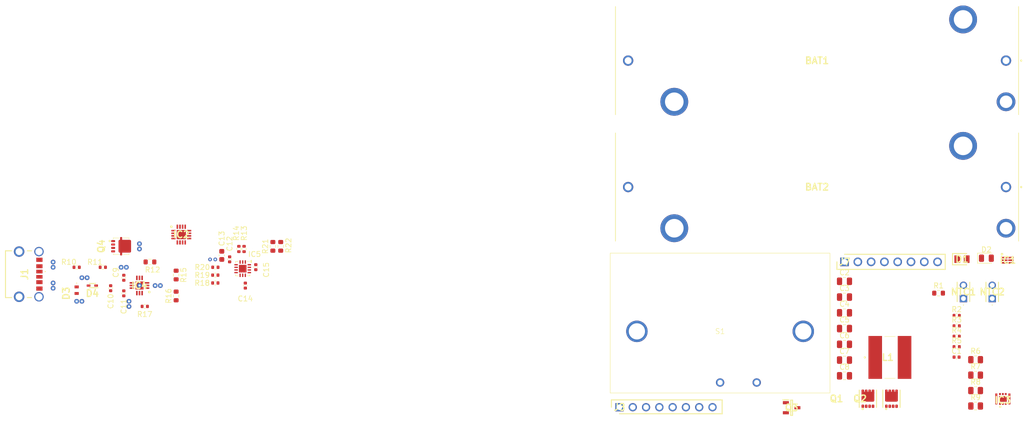
<source format=kicad_pcb>
(kicad_pcb (version 20240108) (generator "pcbnew") (generator_version "8.0")
  (layers (0 "F.Cu" signal) (1 "In1.Cu" signal) (2 "In2.Cu" signal) (31 "B.Cu" signal) (34 "B.Paste" user) (35 "F.Paste" user) (36 "B.SilkS" user "B.Silkscreen") (37 "F.SilkS" user "F.Silkscreen") (38 "B.Mask" user) (39 "F.Mask" user) (44 "Edge.Cuts" user))
  (net 0 "")
  (net 1 "Net-(BAT1--)")
  (net 4 "Net-(BAT1-+)")
  (net 9 "Net-(IC1-BAT)")
  (net 10 "GND")
  (net 11 "Net-(IC2-PMID)")
  (net 12 "Net-(IC2-BTST)")
  (net 13 "Net-(IC2-SW_1)")
  (net 14 "/VBUS")
  (net 15 "Net-(D2-A)")
  (net 16 "Net-(IC3-EN)")
  (net 17 "+3V3")
  (net 18 "Net-(IC4-CC1C)")
  (net 19 "Net-(D4-K)")
  (net 20 "Net-(IC4-CC2C)")
  (net 21 "/USB_CC1")
  (net 22 "/USB_CC2")
  (net 23 "Net-(D1-K)")
  (net 24 "Net-(D2-K)")
  (net 25 "Net-(D3-K)")
  (net 26 "Net-(IC1-COUT)")
  (net 27 "Net-(IC1-DOUT)")
  (net 28 "Net-(IC1-V-)")
  (net 30 "Net-(IC2-STAT)")
  (net 31 "Net-(IC2-TS)")
  (net 34 "Net-(IC2-ICHG)")
  (net 36 "Net-(IC3-L1)")
  (net 37 "/FLT{slash}_PS")
  (net 38 "Net-(IC4-VBUS_CTRL)")
  (net 39 "Net-(IC4-GATE)")
  (net 40 "Net-(IC4-SOURCE)")
  (net 41 "/USB_SDA_PS")
  (net 42 "/USB_SCL_PS")
  (net 43 "/INT_N_PS")
  (net 44 "/NTC_2_PS")
  (net 45 "/ADC_VBUS_PS")
  (net 46 "/BYPASS_CC2_PS")
  (net 47 "/BYPASS_CC1_PS")
  (net 54 "Net-(Q1-D_1)")
  (footprint "SamacSys_Parts:DQG_VSON-CLIP" (layer "F.Cu") (at 191.225 116.127)
    (property "Reference" "Q1" (at -6 -0.00685 0) (layer "F.SilkS") (effects (font (size 1.27 1.27) (thickness 0.254))))
    (property "Value" "CSD16406Q3" (hide yes))
    (pad "1" smd roundrect (at -0.975 1.435) (size 0.5 0.63) (layers "F.Cu" "F.Paste" "F.Mask") (net 1 "Net-(BAT1--)"))
    (pad "2" smd roundrect (at -0.325 1.435) (size 0.5 0.63) (layers "F.Cu" "F.Paste" "F.Mask") (net 1 "Net-(BAT1--)"))
    (pad "3" smd roundrect (at 0.325 1.435) (size 0.5 0.63) (layers "F.Cu" "F.Paste" "F.Mask") (net 1 "Net-(BAT1--)"))
    (pad "4" smd roundrect (at 0.975 1.435) (size 0.5 0.63) (layers "F.Cu" "F.Paste" "F.Mask") (net 27 "Net-(IC1-DOUT)"))
    (pad "5" smd roundrect (at 0 -0.39 90) (size 1.9 2.45) (layers "F.Cu" "F.Paste" "F.Mask") (roundrect_rratio 0.1315789474) (net 54 "Net-(Q1-D_1)"))
    (pad "5" smd roundrect (at 0.975 -1.375 90) (size 0.75 0.5) (layers "F.Cu" "F.Paste" "F.Mask") (net 54 "Net-(Q1-D_1)"))
    (pad "6" smd roundrect (at 0.325 -1.375 90) (size 0.75 0.5) (layers "F.Cu" "F.Paste" "F.Mask") (net 54 "Net-(Q1-D_1)"))
    (pad "7" smd roundrect (at -0.325 -1.375 90) (size 0.75 0.5) (layers "F.Cu" "F.Paste" "F.Mask") (net 54 "Net-(Q1-D_1)"))
    (pad "8" smd roundrect (at -0.975 -1.375 90) (size 0.75 0.5) (layers "F.Cu" "F.Paste" "F.Mask") (net 54 "Net-(Q1-D_1)"))
  )
  (footprint "Resistor_SMD:R_0603_1608Metric" (layer "F.Cu") (at 59.01 96.48 90)
    (property "Reference" "R16" (at 0 -1.43 90) (layer "F.SilkS"))
    (property "Value" "5k1")
    (pad "1" smd roundrect (at -0.825 0 90) (size 0.8 0.95) (layers "F.Cu" "F.Paste" "F.Mask") (net 22 "/USB_CC2"))
    (pad "2" smd roundrect (at 0.825 0 90) (size 0.8 0.95) (layers "F.Cu" "F.Paste" "F.Mask") (net 10 "GND"))
  )
  (footprint "Resistor_SMD:R_0805_2012Metric" (layer "F.Cu") (at 211.81 111.612)
    (property "Reference" "R7" (at 0 -1.65 0) (layer "F.SilkS"))
    (property "Value" "20k")
    (pad "1" smd roundrect (at -0.9125 0) (size 1.025 1.4) (layers "F.Cu" "F.Paste" "F.Mask") (roundrect_rratio 0.243902) (net 34 "Net-(IC2-ICHG)"))
    (pad "2" smd roundrect (at 0.9125 0) (size 1.025 1.4) (layers "F.Cu" "F.Paste" "F.Mask") (roundrect_rratio 0.243902) (net 10 "GND"))
  )
  (footprint "SamacSys_Parts:ESDA25P351U1M" (layer "F.Cu") (at 40 95.375 90)
    (property "Reference" "D3" (at -0.625 -2 90) (layer "F.SilkS") (effects (font (size 1.27 1.27) (thickness 0.254))))
    (property "Value" "ESDA25P35-1U1M" (hide yes))
    (pad "1" smd rect (at 0.625 0 90) (size 0.55 0.8) (layers "F.Cu" "F.Paste" "F.Mask") (net 25 "Net-(D3-K)"))
    (pad "2" smd rect (at -0.625 0 90) (size 0.55 0.8) (layers "F.Cu" "F.Paste" "F.Mask") (net 10 "GND"))
  )
  (footprint "SamacSys_Parts:DQG_VSON-CLIP" (layer "F.Cu") (at 195.725 116.127)
    (property "Reference" "Q2" (at -6 -0.00685 0) (layer "F.SilkS") (effects (font (size 1.27 1.27) (thickness 0.254))))
    (property "Value" "CSD16406Q3" (hide yes))
    (pad "1" smd roundrect (at -0.975 1.435) (size 0.5 0.63) (layers "F.Cu" "F.Paste" "F.Mask") (net 10 "GND"))
    (pad "2" smd roundrect (at -0.325 1.435) (size 0.5 0.63) (layers "F.Cu" "F.Paste" "F.Mask") (net 10 "GND"))
    (pad "3" smd roundrect (at 0.325 1.435) (size 0.5 0.63) (layers "F.Cu" "F.Paste" "F.Mask") (net 10 "GND"))
    (pad "4" smd roundrect (at 0.975 1.435) (size 0.5 0.63) (layers "F.Cu" "F.Paste" "F.Mask") (net 26 "Net-(IC1-COUT)"))
    (pad "5" smd roundrect (at 0 -0.39 90) (size 1.9 2.45) (layers "F.Cu" "F.Paste" "F.Mask") (roundrect_rratio 0.1315789474) (net 54 "Net-(Q1-D_1)"))
    (pad "5" smd roundrect (at 0.975 -1.375 90) (size 0.75 0.5) (layers "F.Cu" "F.Paste" "F.Mask") (net 54 "Net-(Q1-D_1)"))
    (pad "6" smd roundrect (at 0.325 -1.375 90) (size 0.75 0.5) (layers "F.Cu" "F.Paste" "F.Mask") (net 54 "Net-(Q1-D_1)"))
    (pad "7" smd roundrect (at -0.325 -1.375 90) (size 0.75 0.5) (layers "F.Cu" "F.Paste" "F.Mask") (net 54 "Net-(Q1-D_1)"))
    (pad "8" smd roundrect (at -0.975 -1.375 90) (size 0.75 0.5) (layers "F.Cu" "F.Paste" "F.Mask") (net 54 "Net-(Q1-D_1)"))
  )
  (footprint "SamacSys_Parts:RHDR8W87P0X254_1X8_2087X250X865P" (layer "F.Cu") (at 143.745 117.742)
    (property "Reference" "J8" (at 0 0 0) (layer "F.SilkS") (effects (font (size 1.27 1.27) (thickness 0.254))))
    (property "Value" "PRT-09279" (hide yes))
    (pad "1" thru_hole rect (at 0 0) (size 1.575 1.575) (drill 1.05) (layers "*.Cu" "*.Mask") (net 17 "+3V3"))
    (pad "2" thru_hole circle (at 2.54 0) (size 1.575 1.575) (drill 1.05) (layers "*.Cu" "*.Mask"))
    (pad "3" thru_hole circle (at 5.08 0) (size 1.575 1.575) (drill 1.05) (layers "*.Cu" "*.Mask"))
    (pad "4" thru_hole circle (at 7.62 0) (size 1.575 1.575) (drill 1.05) (layers "*.Cu" "*.Mask"))
    (pad "5" thru_hole circle (at 10.16 0) (size 1.575 1.575) (drill 1.05) (layers "*.Cu" "*.Mask"))
    (pad "6" thru_hole circle (at 12.7 0) (size 1.575 1.575) (drill 1.05) (layers "*.Cu" "*.Mask"))
    (pad "7" thru_hole circle (at 15.24 0) (size 1.575 1.575) (drill 1.05) (layers "*.Cu" "*.Mask"))
    (pad "8" thru_hole circle (at 17.78 0) (size 1.575 1.575) (drill 1.05) (layers "*.Cu" "*.Mask") (net 10 "GND"))
  )
  (footprint "Resistor_SMD:R_0603_1608Metric" (layer "F.Cu") (at 204.73 95.942)
    (property "Reference" "R1" (at 0 -1.43 0) (layer "F.SilkS"))
    (property "Value" "330")
    (pad "1" smd roundrect (at -0.825 0) (size 0.8 0.95) (layers "F.Cu" "F.Paste" "F.Mask") (net 4 "Net-(BAT1-+)"))
    (pad "2" smd roundrect (at 0.825 0) (size 0.8 0.95) (layers "F.Cu" "F.Paste" "F.Mask") (net 9 "Net-(IC1-BAT)"))
  )
  (footprint "Capacitor_SMD:C_0603_1608Metric" (layer "F.Cu") (at 67.7375 88.725 90)
    (property "Reference" "C13" (at 3.225 0 90) (layer "F.SilkS"))
    (property "Value" "1u")
    (pad "1" smd roundrect (at -0.775 0 90) (size 0.9 0.95) (layers "F.Cu" "F.Paste" "F.Mask") (net 17 "+3V3"))
    (pad "2" smd roundrect (at 0.775 0 90) (size 0.9 0.95) (layers "F.Cu" "F.Paste" "F.Mask") (net 10 "GND"))
  )
  (footprint "Package_DFN_QFN:WQFN-14-1EP_2.5x2.5mm_P0.5mm_EP1.45x1.45mm" (layer "F.Cu") (at 71.7375 91.2625 -90)
    (property "Reference" "IC5" (at -2.7625 -2.2625 180) (layer "F.SilkS"))
    (property "Value" "FUSB302BMPX")
    (pad "1" smd roundrect (at -1.2625 -0.5 270) (size 0.675 0.25) (layers "F.Cu" "F.Paste" "F.Mask") (net 22 "/USB_CC2"))
    (pad "2" smd roundrect (at -1.2625 0 270) (size 0.675 0.25) (layers "F.Cu" "F.Paste" "F.Mask") (net 14 "/VBUS"))
    (pad "3" smd roundrect (at -1.2625 0.5 270) (size 0.675 0.25) (layers "F.Cu" "F.Paste" "F.Mask") (net 17 "+3V3"))
    (pad "4" smd roundrect (at -0.75 1.2625 270) (size 0.25 0.675) (layers "F.Cu" "F.Paste" "F.Mask") (net 17 "+3V3"))
    (pad "5" smd roundrect (at -0.25 1.2625 270) (size 0.25 0.675) (layers "F.Cu" "F.Paste" "F.Mask") (net 43 "/INT_N_PS"))
    (pad "6" smd roundrect (at 0.25 1.2625 270) (size 0.25 0.675) (layers "F.Cu" "F.Paste" "F.Mask") (net 42 "/USB_SCL_PS"))
    (pad "7" smd roundrect (at 0.75 1.2625 270) (size 0.25 0.675) (layers "F.Cu" "F.Paste" "F.Mask") (net 41 "/USB_SDA_PS"))
    (pad "8" smd roundrect (at 1.2625 0.5 270) (size 0.675 0.25) (layers "F.Cu" "F.Paste" "F.Mask") (net 10 "GND"))
    (pad "9" smd roundrect (at 1.2625 0 270) (size 0.675 0.25) (layers "F.Cu" "F.Paste" "F.Mask") (net 10 "GND"))
    (pad "10" smd roundrect (at 1.2625 -0.5 270) (size 0.675 0.25) (layers "F.Cu" "F.Paste" "F.Mask") (net 21 "/USB_CC1"))
    (pad "11" smd roundrect (at 0.75 -1.2625 270) (size 0.25 0.675) (layers "F.Cu" "F.Paste" "F.Mask") (net 21 "/USB_CC1"))
    (pad "12" smd roundrect (at 0.25 -1.2625 270) (size 0.25 0.675) (layers "F.Cu" "F.Paste" "F.Mask") (net 17 "+3V3"))
    (pad "13" smd roundrect (at -0.25 -1.2625 270) (size 0.25 0.675) (layers "F.Cu" "F.Paste" "F.Mask") (net 17 "+3V3"))
    (pad "14" smd roundrect (at -0.75 -1.2625 270) (size 0.25 0.675) (layers "F.Cu" "F.Paste" "F.Mask") (net 22 "/USB_CC2"))
    (pad "15" smd rect (at 0 0 270) (size 1.45 1.45) (property pad_prop_heatsink) (layers "F.Cu" "F.Mask") (net 10 "GND"))
  )
  (footprint "SamacSys_Parts:UJCHGSMT2P6TR" (layer "F.Cu") (at 29.85 92.32 -90)
    (property "Reference" "J1" (at 0 -0.2 90) (layer "F.SilkS") (effects (font (size 1.27 1.27) (thickness 0.254))))
    (property "Value" "UJC-H-G-SMT-2-P6-TR" (hide yes))
    (pad "1" thru_hole circle (at -4.32 -2.95 270) (size 1.8 1.8) (drill 1.34) (layers "*.Cu" "*.Mask") (net 10 "GND"))
    (pad "2" thru_hole circle (at 4.32 -2.95 270) (size 1.8 1.8) (drill 1.34) (layers "*.Cu" "*.Mask") (net 10 "GND"))
    (pad "3" thru_hole circle (at -4.32 0.85 270) (size 2.01 2.01) (drill 1.34) (layers "*.Cu" "*.Mask") (net 10 "GND"))
    (pad "4" thru_hole circle (at 4.32 0.85 270) (size 2.01 2.01) (drill 1.34) (layers "*.Cu" "*.Mask") (net 10 "GND"))
    (pad "A5" smd rect (at -0.5 -3.03 270) (size 0.7 1.2) (layers "F.Cu" "F.Paste" "F.Mask") (net 18 "Net-(IC4-CC1C)"))
    (pad "A9" smd rect (at 1.52 -3.03 270) (size 0.76 1.2) (layers "F.Cu" "F.Paste" "F.Mask") (net 25 "Net-(D3-K)"))
    (pad "A12" smd rect (at 2.75 -3.03 270) (size 0.8 1.2) (layers "F.Cu" "F.Paste" "F.Mask") (net 10 "GND"))
    (pad "B5" smd rect (at 0.5 -3.03 270) (size 0.7 1.2) (layers "F.Cu" "F.Paste" "F.Mask") (net 20 "Net-(IC4-CC2C)"))
    (pad "B9" smd rect (at -1.52 -3.03 270) (size 0.76 1.2) (layers "F.Cu" "F.Paste" "F.Mask") (net 25 "Net-(D3-K)"))
    (pad "B12" smd rect (at -2.75 -3.03 270) (size 0.8 1.2) (layers "F.Cu" "F.Paste" "F.Mask") (net 10 "GND"))
  )
  (footprint "Resistor_SMD:R_0402_1005Metric" (layer "F.Cu") (at 208.19 104.202)
    (property "Reference" "R4" (at 0 -1.17 0) (layer "F.SilkS"))
    (property "Value" "2k2")
    (pad "1" smd roundrect (at -0.51 0) (size 0.54 0.64) (layers "F.Cu" "F.Paste" "F.Mask") (net 28 "Net-(IC1-V-)"))
    (pad "2" smd roundrect (at 0.51 0) (size 0.54 0.64) (layers "F.Cu" "F.Paste" "F.Mask") (net 10 "GND"))
  )
  (footprint "SamacSys_Parts:SRN80408R2Y" (layer "F.Cu") (at 195.425 108.227)
    (property "Reference" "L1" (at -0.4 0 0) (layer "F.SilkS") (effects (font (size 1.27 1.27) (thickness 0.254))))
    (property "Value" "SRN8040-1R0Y" (hide yes))
    (pad "1" smd rect (at -2.8 0) (size 2.6 8.2) (layers "F.Cu" "F.Paste" "F.Mask") (net 13 "Net-(IC2-SW_1)"))
    (pad "2" smd rect (at 2.8 0) (size 2.6 8.2) (layers "F.Cu" "F.Paste" "F.Mask") (net 4 "Net-(BAT1-+)"))
  )
  (footprint "Resistor_SMD:R_0603_1608Metric" (layer "F.Cu") (at 79 87 90)
    (property "Reference" "R22" (at 0.175 1.5 90) (layer "F.SilkS"))
    (property "Value" "0R")
    (pad "1" smd roundrect (at -0.825 0 90) (size 0.8 0.95) (layers "F.Cu" "F.Paste" "F.Mask") (net 21 "/USB_CC1"))
    (pad "2" smd roundrect (at 0.825 0 90) (size 0.8 0.95) (layers "F.Cu" "F.Paste" "F.Mask") (net 47 "/BYPASS_CC1_PS"))
  )
  (footprint "SamacSys_Parts:XCL103D503CRG" (layer "F.Cu") (at 217.015 116.462)
    (property "Reference" "IC3" (at 0 -0.063 0) (layer "F.SilkS") (effects (font (size 1.27 1.27) (thickness 0.254))))
    (property "Value" "XCL240B333FR-G" (hide yes))
    (pad "1" smd rect (at -0.55 0.638) (size 0.35 0.375) (layers "F.Cu" "F.Paste" "F.Mask") (net 36 "Net-(IC3-L1)"))
    (pad "2" smd rect (at 0 0.638) (size 0.35 0.375) (layers "F.Cu" "F.Paste" "F.Mask") (net 10 "GND"))
    (pad "3" smd rect (at 0.55 0.638) (size 0.35 0.375) (layers "F.Cu" "F.Paste" "F.Mask") (net 17 "+3V3"))
    (pad "4" smd rect (at 0.55 -1.237) (size 0.35 0.375) (layers "F.Cu" "F.Paste" "F.Mask") (net 16 "Net-(IC3-EN)"))
    (pad "5" smd rect (at 0 -1.237) (size 0.35 0.375) (layers "F.Cu" "F.Paste" "F.Mask") (net 10 "GND"))
    (pad "6" smd rect (at -0.55 -1.237) (size 0.35 0.375) (layers "F.Cu" "F.Paste" "F.Mask") (net 16 "Net-(IC3-EN)"))
    (pad "7" smd rect (at -1.25 -0.3) (size 0.4 2.1) (layers "F.Cu" "F.Paste" "F.Mask") (net 36 "Net-(IC3-L1)"))
    (pad "8" smd rect (at 1.25 -0.3) (size 0.4 2.1) (layers "F.Cu" "F.Paste" "F.Mask") (net 17 "+3V3"))
    (pad "9" smd rect (at 0 -0.3 90) (size 1.1 1.5) (layers "F.Cu" "F.Paste" "F.Mask") (net 10 "GND"))
  )
  (footprint "Capacitor_SMD:C_0402_1005Metric" (layer "F.Cu") (at 49.01 95.98 -90)
    (property "Reference" "C11" (at 2.52 0.01 90) (layer "F.SilkS"))
    (property "Value" "330p")
    (pad "1" smd roundrect (at -0.48 0 270) (size 0.56 0.62) (layers "F.Cu" "F.Paste" "F.Mask") (net 20 "Net-(IC4-CC2C)"))
    (pad "2" smd roundrect (at 0.48 0 270) (size 0.56 0.62) (layers "F.Cu" "F.Paste" "F.Mask") (net 10 "GND"))
  )
  (footprint "Capacitor_SMD:C_0402_1005Metric" (layer "F.Cu") (at 208.17 108.172)
    (property "Reference" "C1" (at 0 -1.16 0) (layer "F.SilkS"))
    (property "Value" "100n")
    (pad "1" smd roundrect (at -0.48 0) (size 0.56 0.62) (layers "F.Cu" "F.Paste" "F.Mask") (net 9 "Net-(IC1-BAT)"))
    (pad "2" smd roundrect (at 0.48 0) (size 0.56 0.62) (layers "F.Cu" "F.Paste" "F.Mask") (net 1 "Net-(BAT1--)"))
  )
  (footprint "SamacSys_Parts:103AT2" (layer "F.Cu") (at 214.985 96.975)
    (property "Reference" "NTC2" (at 0 -1.27 0) (layer "F.SilkS") (effects (font (size 1.27 1.27) (thickness 0.254))))
    (property "Value" "103AT-2" (hide yes))
    (pad "1" thru_hole rect (at 0 0) (size 1.416 1.416) (drill 0.91) (layers "*.Cu" "*.Mask") (net 44 "/NTC_2_PS"))
    (pad "2" thru_hole circle (at 0 -2.54) (size 1.416 1.416) (drill 0.91) (layers "*.Cu" "*.Mask") (net 17 "+3V3"))
  )
  (footprint "Resistor_SMD:R_0402_1005Metric" (layer "F.Cu") (at 208.19 102.212)
    (property "Reference" "R3" (at 0 -1.17 0) (layer "F.SilkS"))
    (property "Value" "4M99")
    (pad "1" smd roundrect (at -0.51 0) (size 0.54 0.64) (layers "F.Cu" "F.Paste" "F.Mask") (net 26 "Net-(IC1-COUT)"))
    (pad "2" smd roundrect (at 0.51 0) (size 0.54 0.64) (layers "F.Cu" "F.Paste" "F.Mask") (net 10 "GND"))
  )
  (footprint "SamacSys_Parts:RA12131100" (layer "F.Cu") (at 162.975 103.247)
    (property "Reference" "S1" (at 0 0 0) (layer "F.SilkS") (effects (font (thickness 0.1))))
    (property "Value" "RA12131100")
    (pad "1" thru_hole circle (at 0 9.777) (size 1.6 1.6) (drill 1) (layers "*.Cu" "*.Mask") (net 11 "Net-(IC2-PMID)"))
    (pad "2" thru_hole circle (at 7 9.777) (size 1.6 1.6) (drill 1) (layers "*.Cu" "*.Mask") (net 16 "Net-(IC3-EN)"))
    (pad "MH1" thru_hole circle (at -15.901 0) (size 4.1 4.1) (drill 3.1) (layers "*.Cu" "*.Mask"))
    (pad "MH2" thru_hole circle (at 15.901 0) (size 4.1 4.1) (drill 3.1) (layers "*.Cu" "*.Mask"))
  )
  (footprint "SamacSys_Parts:SON50P150X150X80-6N" (layer "F.Cu") (at 217.975 89.647)
    (property "Reference" "IC1" (at 0 0 0) (layer "F.SilkS") (effects (font (size 1.27 1.27) (thickness 0.254))))
    (property "Value" "BQ29732DSER" (hide yes))
    (pad "1" smd rect (at -0.6 -0.5 90) (size 0.3 1.05) (layers "F.Cu" "F.Paste" "F.Mask"))
    (pad "2" smd rect (at -0.6 0 90) (size 0.3 1.05) (layers "F.Cu" "F.Paste" "F.Mask") (net 26 "Net-(IC1-COUT)"))
    (pad "3" smd rect (at -0.6 0.5 90) (size 0.3 1.05) (layers "F.Cu" "F.Paste" "F.Mask") (net 27 "Net-(IC1-DOUT)"))
    (pad "4" smd rect (at 0.6 0.5 90) (size 0.3 1.05) (layers "F.Cu" "F.Paste" "F.Mask") (net 1 "Net-(BAT1--)"))
    (pad "5" smd rect (at 0.6 0 90) (size 0.3 1.05) (layers "F.Cu" "F.Paste" "F.Mask") (net 9 "Net-(IC1-BAT)"))
    (pad "6" smd rect (at 0.6 -0.5 90) (size 0.3 1.05) (layers "F.Cu" "F.Paste" "F.Mask") (net 28 "Net-(IC1-V-)"))
  )
  (footprint "Capacitor_SMD:C_0402_1005Metric" (layer "F.Cu") (at 74.2375 90.98 -90)
    (property "Reference" "C15" (at 0.52 -2 90) (layer "F.SilkS"))
    (property "Value" "330p")
    (pad "1" smd roundrect (at -0.48 0 270) (size 0.56 0.62) (layers "F.Cu" "F.Paste" "F.Mask") (net 22 "/USB_CC2"))
    (pad "2" smd roundrect (at 0.48 0 270) (size 0.56 0.62) (layers "F.Cu" "F.Paste" "F.Mask") (net 10 "GND"))
  )
  (footprint "Capacitor_SMD:C_0402_1005Metric" (layer "F.Cu") (at 46.5 95 -90)
    (property "Reference" "C10" (at 2.5 0 90) (layer "F.SilkS"))
    (property "Value" "100n")
    (pad "1" smd roundrect (at -0.48 0 270) (size 0.56 0.62) (layers "F.Cu" "F.Paste" "F.Mask") (net 19 "Net-(D4-K)"))
    (pad "2" smd roundrect (at 0.48 0 270) (size 0.56 0.62) (layers "F.Cu" "F.Paste" "F.Mask") (net 10 "GND"))
  )
  (footprint "Resistor_SMD:R_0402_1005Metric" (layer "F.Cu") (at 66.5 92.5)
    (property "Reference" "R19" (at -2.5 0 360) (layer "F.SilkS"))
    (property "Value" "4k7")
    (pad "1" smd roundrect (at -0.51 0) (size 0.54 0.64) (layers "F.Cu" "F.Paste" "F.Mask") (net 17 "+3V3"))
    (pad "2" smd roundrect (at 0.51 0) (size 0.54 0.64) (layers "F.Cu" "F.Paste" "F.Mask") (net 42 "/USB_SCL_PS"))
  )
  (footprint "SamacSys_Parts:DIOC2012X85N" (layer "F.Cu") (at 209.2 89.447)
    (property "Reference" "D1" (at 0 0 0) (layer "F.SilkS") (effects (font (size 1.27 1.27) (thickness 0.254))))
    (property "Value" "TS4148_RBG" (hide yes))
    (pad "1" smd rect (at -0.9 0) (size 1.1 1.45) (layers "F.Cu" "F.Paste" "F.Mask") (net 23 "Net-(D1-K)"))
    (pad "2" smd rect (at 0.9 0) (size 1.1 1.45) (layers "F.Cu" "F.Paste" "F.Mask") (net 14 "/VBUS"))
  )
  (footprint "Resistor_SMD:R_0603_1608Metric" (layer "F.Cu") (at 59.01 92.48 -90)
    (property "Reference" "R15" (at 0 -1.43 90) (layer "F.SilkS"))
    (property "Value" "5k1")
    (pad "1" smd roundrect (at -0.825 0 270) (size 0.8 0.95) (layers "F.Cu" "F.Paste" "F.Mask") (net 21 "/USB_CC1"))
    (pad "2" smd roundrect (at 0.825 0 270) (size 0.8 0.95) (layers "F.Cu" "F.Paste" "F.Mask") (net 10 "GND"))
  )
  (footprint "Resistor_SMD:R_0402_1005Metric" (layer "F.Cu") (at 71 87.5 -90)
    (property "Reference" "R14" (at -3 0.5 90) (layer "F.SilkS"))
    (property "Value" "3k3")
    (pad "1" smd roundrect (at -0.51 0 270) (size 0.54 0.64) (layers "F.Cu" "F.Paste" "F.Mask") (net 45 "/ADC_VBUS_PS"))
    (pad "2" smd roundrect (at 0.51 0 270) (size 0.54 0.64) (layers "F.Cu" "F.Paste" "F.Mask") (net 10 "GND"))
  )
  (footprint "Capacitor_SMD:C_0805_2012Metric" (layer "F.Cu") (at 186.75 111.742)
    (property "Reference" "C8" (at 0 -1.68 0) (layer "F.SilkS"))
    (property "Value" "10u")
    (pad "1" smd roundrect (at -0.95 0) (size 1 1.45) (layers "F.Cu" "F.Paste" "F.Mask") (net 17 "+3V3"))
    (pad "2" smd roundrect (at 0.95 0) (size 1 1.45) (layers "F.Cu" "F.Paste" "F.Mask") (net 10 "GND"))
  )
  (footprint "Capacitor_SMD:C_0402_1005Metric" (layer "F.Cu") (at 69.2375 89.48 90)
    (property "Reference" "C12" (at 2.98 0 90) (layer "F.SilkS"))
    (property "Value" "100n")
    (pad "1" smd roundrect (at -0.48 0 90) (size 0.56 0.62) (layers "F.Cu" "F.Paste" "F.Mask") (net 17 "+3V3"))
    (pad "2" smd roundrect (at 0.48 0 90) (size 0.56 0.62) (layers "F.Cu" "F.Paste" "F.Mask") (net 10 "GND"))
  )
  (footprint "Resistor_SMD:R_0402_1005Metric" (layer "F.Cu") (at 208.19 100.222)
    (property "Reference" "R2" (at 0 -1.17 0) (layer "F.SilkS"))
    (property "Value" "4M99")
    (pad "1" smd roundrect (at -0.51 0) (size 0.54 0.64) (layers "F.Cu" "F.Paste" "F.Mask") (net 27 "Net-(IC1-DOUT)"))
    (pad "2" smd roundrect (at 0.51 0) (size 0.54 0.64) (layers "F.Cu" "F.Paste" "F.Mask") (net 1 "Net-(BAT1--)"))
  )
  (footprint "Capacitor_SMD:C_0805_2012Metric" (layer "F.Cu") (at 186.75 108.732)
    (property "Reference" "C7" (at 0 -1.68 0) (layer "F.SilkS"))
    (property "Value" "4u7")
    (pad "1" smd roundrect (at -0.95 0) (size 1 1.45) (layers "F.Cu" "F.Paste" "F.Mask") (net 16 "Net-(IC3-EN)"))
    (pad "2" smd roundrect (at 0.95 0) (size 1 1.45) (layers "F.Cu" "F.Paste" "F.Mask") (net 10 "GND"))
  )
  (footprint "Capacitor_SMD:C_0402_1005Metric" (layer "F.Cu") (at 72.2375 94.5 -90)
    (property "Reference" "C14" (at 2.5 0 180) (layer "F.SilkS"))
    (property "Value" "330p")
    (pad "1" smd roundrect (at -0.48 0 270) (size 0.56 0.62) (layers "F.Cu" "F.Paste" "F.Mask") (net 21 "/USB_CC1"))
    (pad "2" smd roundrect (at 0.48 0 270) (size 0.56 0.62) (layers "F.Cu" "F.Paste" "F.Mask") (net 10 "GND"))
  )
  (footprint "Resistor_SMD:R_0402_1005Metric" (layer "F.Cu") (at 66.51 91)
    (property "Reference" "R20" (at -2.5 0 360) (layer "F.SilkS"))
    (property "Value" "4k7")
    (pad "1" smd roundrect (at -0.51 0) (size 0.54 0.64) (layers "F.Cu" "F.Paste" "F.Mask") (net 17 "+3V3"))
    (pad "2" smd roundrect (at 0.51 0) (size 0.54 0.64) (layers "F.Cu" "F.Paste" "F.Mask") (net 43 "/INT_N_PS"))
  )
  (footprint "Resistor_SMD:R_0805_2012Metric" (layer "F.Cu") (at 211.81 108.662)
    (property "Reference" "R6" (at 0 -1.65 0) (layer "F.SilkS"))
    (property "Value" "150")
    (pad "1" smd roundrect (at -0.9125 0) (size 1.025 1.4) (layers "F.Cu" "F.Paste" "F.Mask") (roundrect_rratio 0.243902) (net 30 "Net-(IC2-STAT)"))
    (pad "2" smd roundrect (at 0.9125 0) (size 1.025 1.4) (layers "F.Cu" "F.Paste" "F.Mask") (roundrect_rratio 0.243902) (net 24 "Net-(D2-K)"))
  )
  (footprint "Resistor_SMD:R_0402_1005Metric" (layer "F.Cu") (at 45 91)
    (property "Reference" "R11" (at -1.5 -1 360) (layer "F.SilkS"))
    (property "Value" "2k4")
    (pad "1" smd roundrect (at -0.51 0) (size 0.54 0.64) (layers "F.Cu" "F.Paste" "F.Mask") (net 38 "Net-(IC4-VBUS_CTRL)"))
    (pad "2" smd roundrect (at 0.51 0) (size 0.54 0.64) (layers "F.Cu" "F.Paste" "F.Mask") (net 10 "GND"))
  )
  (footprint "Capacitor_SMD:C_0805_2012Metric" (layer "F.Cu") (at 186.75 99.702)
    (property "Reference" "C4" (at 0 -1.68 0) (layer "F.SilkS"))
    (property "Value" "10u")
    (pad "1" smd roundrect (at -0.95 0) (size 1 1.45) (layers "F.Cu" "F.Paste" "F.Mask") (net 4 "Net-(BAT1-+)"))
    (pad "2" smd roundrect (at 0.95 0) (size 1 1.45) (layers "F.Cu" "F.Paste" "F.Mask") (net 10 "GND"))
  )
  (footprint "SamacSys_Parts:1043" (layer "F.Cu") (at 217.62 51.5)
    (property "Reference" "BAT1" (at -36.12 0 0) (layer "F.SilkS") (effects (font (size 1.27 1.27) (thickness 0.254))))
    (property "Value" "1043" (hide yes))
    (pad "1" thru_hole circle (at 0 0) (size 1.98 1.98) (drill 1.32) (layers "*.Cu" "*.Mask") (net 4 "Net-(BAT1-+)"))
    (pad "2" thru_hole circle (at -72.22 0) (size 1.98 1.98) (drill 1.32) (layers "*.Cu" "*.Mask") (net 1 "Net-(BAT1--)"))
    (pad "MH1" thru_hole circle (at -63.4 7.87) (size 5.325 5.325) (drill 3.55) (layers "*.Cu" "*.Mask"))
    (pad "MH2" thru_hole circle (at 0 7.87) (size 3.585 3.585) (drill 2.39) (layers "*.Cu" "*.Mask"))
    (pad "MH3" thru_hole circle (at -8.2 -7.87) (size 5.325 5.325) (drill 3.55) (layers "*.Cu" "*.Mask"))
  )
  (footprint "Capacitor_SMD:C_0805_2012Metric" (layer "F.Cu") (at 186.75 96.692)
    (property "Reference" "C3" (at 0 -1.68 0) (layer "F.SilkS"))
    (property "Value" "47n")
    (pad "1" smd roundrect (at -0.95 0) (size 1 1.45) (layers "F.Cu" "F.Paste" "F.Mask") (net 12 "Net-(IC2-BTST)"))
    (pad "2" smd roundrect (at 0.95 0) (size 1 1.45) (layers "F.Cu" "F.Paste" "F.Mask") (net 13 "Net-(IC2-SW_1)"))
  )
  (footprint "Capacitor_SMD:C_0805_2012Metric" (layer "F.Cu") (at 186.75 102.712)
    (property "Reference" "C5" (at 0 -1.68 0) (layer "F.SilkS"))
    (property "Value" "2u2")
    (pad "1" smd roundrect (at -0.95 0) (size 1 1.45) (layers "F.Cu" "F.Paste" "F.Mask") (net 14 "/VBUS"))
    (pad "2" smd roundrect (at 0.95 0) (size 1 1.45) (layers "F.Cu" "F.Paste" "F.Mask") (net 10 "GND"))
  )
  (footprint "LED_SMD:LED_0805_2012Metric" (layer "F.Cu") (at 213.87 89.267)
    (property "Reference" "D2" (at 0 -1.65 0) (layer "F.SilkS"))
    (property "Value" "LED")
    (pad "1" smd roundrect (at -0.9375 0) (size 0.975 1.4) (layers "F.Cu" "F.Paste" "F.Mask") (net 24 "Net-(D2-K)"))
    (pad "2" smd roundrect (at 0.9375 0) (size 0.975 1.4) (layers "F.Cu" "F.Paste" "F.Mask") (net 15 "Net-(D2-A)"))
  )
  (footprint "Resistor_SMD:R_0402_1005Metric" (layer "F.Cu") (at 53.02 98.48)
    (property "Reference" "R17" (at -0.01 1.5 0) (layer "F.SilkS"))
    (property "Value" "10k")
    (pad "1" smd roundrect (at -0.51 0) (size 0.54 0.64) (layers "F.Cu" "F.Paste" "F.Mask") (net 37 "/FLT{slash}_PS"))
    (pad "2" smd roundrect (at 0.51 0) (size 0.54 0.64) (layers "F.Cu" "F.Paste" "F.Mask") (net 17 "+3V3"))
  )
  (footprint "SamacSys_Parts:SOT96P240X115-3N" (layer "F.Cu") (at 176.645 117.842)
    (property "Reference" "Q3" (at 0 0 0) (layer "F.SilkS") (effects (font (size 1.27 1.27) (thickness 0.254))))
    (property "Value" "DMP2305U-7" (hide yes))
    (pad "1" smd rect (at -1.1 -0.96 90) (size 0.6 1.15) (layers "F.Cu" "F.Paste" "F.Mask") (net 23 "Net-(D1-K)"))
    (pad "2" smd rect (at -1.1 0.96 90) (size 0.6 1.15) (layers "F.Cu" "F.Paste" "F.Mask") (net 11 "Net-(IC2-PMID)"))
    (pad "3" smd rect (at 1.1 0 90) (size 0.6 1.15) (layers "F.Cu" "F.Paste" "F.Mask") (net 4 "Net-(BAT1-+)"))
  )
  (footprint "Capacitor_SMD:C_0805_2012Metric" (layer "F.Cu") (at 186.75 105.722)
    (property "Reference" "C6" (at 0 -1.68 0) (layer "F.SilkS"))
    (property "Value" "2u2")
    (pad "1" smd roundrect (at -0.95 0) (size 1 1.45) (layers "F.Cu" "F.Paste" "F.Mask") (net 15 "Net-(D2-A)"))
    (pad "2" smd roundrect (at 0.95 0) (size 1 1.45) (layers "F.Cu" "F.Paste" "F.Mask") (net 10 "GND"))
  )
  (footprint "Resistor_SMD:R_0402_1005Metric" (layer "F.Cu") (at 208.19 106.192)
    (property "Reference" "R5" (at 0 -1.17 0) (layer "F.SilkS"))
    (property "Value" "100k")
    (pad "1" smd roundrect (at -0.51 0) (size 0.54 0.64) (layers "F.Cu" "F.Paste" "F.Mask") (net 23 "Net-(D1-K)"))
    (pad "2" smd roundrect (at 0.51 0) (size 0.54 0.64) (layers "F.Cu" "F.Paste" "F.Mask") (net 10 "GND"))
  )
  (footprint "SamacSys_Parts:QFN50P300X300X100-13N-D" (layer "F.Cu") (at 52.01 94.48 180)
    (property "Reference" "IC4" (at 0 0 360) (layer "F.SilkS") (effects (font (size 1.27 1.27) (thickness 0.254))))
    (property "Value" "TCPP01-M12" (hide yes))
    (pad "1" smd rect (at -1.45 -0.5 270) (size 0.3 0.85) (layers "F.Cu" "F.Paste" "F.Mask") (net 22 "/USB_CC2"))
    (pad "2" smd rect (at -1.45 0 270) (size 0.3 0.85) (layers "F.Cu" "F.Paste" "F.Mask") (net 10 "GND"))
    (pad "3" smd rect (at -1.45 0.5 270) (size 0.3 0.85) (layers "F.Cu" "F.Paste" "F.Mask") (net 21 "/USB_CC1"))
    (pad "4" smd rect (at -0.5 1.45 180) (size 0.3 0.85) (layers "F.Cu" "F.Paste" "F.Mask") (net 40 "Net-(IC4-SOURCE)"))
    (pad "5" smd rect (at 0 1.45 180) (size 0.3 0.85) (layers "F.Cu" "F.Paste" "F.Mask") (net 39 "Net-(IC4-GATE)"))
    (pad "6" smd rect (at 0.5 1.45 180) (size 0.3 0.85) (layers "F.Cu" "F.Paste" "F.Mask") (net 38 "Net-(IC4-VBUS_CTRL)"))
    (pad "7" smd rect (at 1.45 0.5 270) (size 0.3 0.85) (layers "F.Cu" "F.Paste" "F.Mask") (net 18 "Net-(IC4-CC1C)"))
    (pad "8" smd rect (at 1.45 0 270) (size 0.3 0.85) (layers "F.Cu" "F.Paste" "F.Mask") (net 19 "Net-(D4-K)"))
    (pad "9" smd rect (at 1.45 -0.5 270) (size 0.3 0.85) (layers "F.Cu" "F.Paste" "F.Mask") (net 20 "Net-(IC4-CC2C)"))
    (pad "10" smd rect (at 0.5 -1.45 180) (size 0.3 0.85) (layers "F.Cu" "F.Paste" "F.Mask") (net 17 "+3V3"))
    (pad "11" smd rect (at 0 -1.45 180) (size 0.3 0.85) (layers "F.Cu" "F.Paste" "F.Mask") (net 37 "/FLT{slash}_PS"))
    (pad "12" smd rect (at -0.5 -1.45 180) (size 0.3 0.85) (layers "F.Cu" "F.Paste" "F.Mask") (net 17 "+3V3"))
    (pad "13" smd rect (at 0 0 180) (size 1.55 1.55) (layers "F.Cu" "F.Paste" "F.Mask") (net 10 "GND"))
  )
  (footprint "SamacSys_Parts:1043" (layer "F.Cu") (at 217.62 75.666)
    (property "Reference" "BAT2" (at -36.12 0 0) (layer "F.SilkS") (effects (font (size 1.27 1.27) (thickness 0.254))))
    (property "Value" "1043" (hide yes))
    (pad "1" thru_hole circle (at 0 0) (size 1.98 1.98) (drill 1.32) (layers "*.Cu" "*.Mask") (net 4 "Net-(BAT1-+)"))
    (pad "2" thru_hole circle (at -72.22 0) (size 1.98 1.98) (drill 1.32) (layers "*.Cu" "*.Mask") (net 1 "Net-(BAT1--)"))
    (pad "MH1" thru_hole circle (at -63.4 7.87) (size 5.325 5.325) (drill 3.55) (layers "*.Cu" "*.Mask"))
    (pad "MH2" thru_hole circle (at 0 7.87) (size 3.585 3.585) (drill 2.39) (layers "*.Cu" "*.Mask"))
    (pad "MH3" thru_hole circle (at -8.2 -7.87) (size 5.325 5.325) (drill 3.55) (layers "*.Cu" "*.Mask"))
  )
  (footprint "Resistor_SMD:R_0402_1005Metric" (layer "F.Cu") (at 66.5 94)
    (property "Reference" "R18" (at -2.51 0.01 360) (layer "F.SilkS"))
    (property "Value" "4k7")
    (pad "1" smd roundrect (at -0.51 0) (size 0.54 0.64) (layers "F.Cu" "F.Paste" "F.Mask") (net 17 "+3V3"))
    (pad "2" smd roundrect (at 0.51 0) (size 0.54 0.64) (layers "F.Cu" "F.Paste" "F.Mask") (net 41 "/USB_SDA_PS"))
  )
  (footprint "Capacitor_SMD:C_0402_1005Metric" (layer "F.Cu") (at 49.01 93 -90)
    (property "Reference" "C9" (at -1 1.51 90) (layer "F.SilkS"))
    (property "Value" "330p")
    (pad "1" smd roundrect (at -0.48 0 270) (size 0.56 0.62) (layers "F.Cu" "F.Paste" "F.Mask") (net 10 "GND"))
    (pad "2" smd roundrect (at 0.48 0 270) (size 0.56 0.62) (layers "F.Cu" "F.Paste" "F.Mask") (net 18 "Net-(IC4-CC1C)"))
  )
  (footprint "SamacSys_Parts:STL20N6F7" (layer "F.Cu") (at 48.5 86.975 -90)
    (property "Reference" "Q4" (at 0 3.8 90) (layer "F.SilkS") (effects (font (size 1.27 1.27) (thickness 0.254))))
    (property "Value" "STL11N3LLH6" (hide yes))
    (pad "1" smd roundrect (at -0.975 1.525 270) (size 0.4 0.75) (layers "F.Cu" "F.Paste" "F.Mask") (net 14 "/VBUS"))
    (pad "2" smd roundrect (at -0.325 1.525 270) (size 0.4 0.75) (layers "F.Cu" "F.Paste" "F.Mask") (net 14 "/VBUS"))
    (pad "3" smd roundrect (at 0.325 1.525 270) (size 0.4 0.75) (layers "F.Cu" "F.Paste" "F.Mask") (net 14 "/VBUS"))
    (pad "4" smd roundrect (at 0.975 1.525 270) (size 0.4 0.75) (layers "F.Cu" "F.Paste" "F.Mask") (net 39 "Net-(IC4-GATE)"))
    (pad "5" smd roundrect (at -1.3775 0) (size 0.4 0.755) (layers "F.Cu" "F.Paste" "F.Mask") (net 25 "Net-(D3-K)"))
    (pad "5" smd roundrect (at 0 -0.7) (size 2.4 2.45) (layers "F.Cu" "F.Paste" "F.Mask") (roundrect_rratio 0.1041666667) (net 25 "Net-(D3-K)"))
    (pad "5" smd roundrect (at 1.3775 0) (size 0.4 0.755) (layers "F.Cu" "F.Paste" "F.Mask") (net 25 "Net-(D3-K)"))
  )
  (footprint "SamacSys_Parts:QFN50P300X300X80-17N-D" (layer "F.Cu") (at 60 84.75)
    (property "Reference" "IC2" (at 0 0 0) (layer "F.SilkS") (effects (font (size 1.27 1.27) (thickness 0.254))))
    (property "Value" "BQ25302RTER" (hide yes))
    (pad "1" smd rect (at -1.5 -0.75 90) (size 0.3 0.8) (layers "F.Cu" "F.Paste" "F.Mask") (net 14 "/VBUS"))
    (pad "2" smd rect (at -1.5 -0.25 90) (size 0.3 0.8) (layers "F.Cu" "F.Paste" "F.Mask") (net 15 "Net-(D2-A)"))
    (pad "3" smd rect (at -1.5 0.25 90) (size 0.3 0.8) (layers "F.Cu" "F.Paste" "F.Mask") (net 30 "Net-(IC2-STAT)"))
    (pad "4" smd rect (at -1.5 0.75 90) (size 0.3 0.8) (layers "F.Cu" "F.Paste" "F.Mask") (net 34 "Net-(IC2-ICHG)"))
    (pad "5" smd rect (at -0.75 1.5) (size 0.3 0.8) (layers "F.Cu" "F.Paste" "F.Mask"))
    (pad "6" smd rect (at -0.25 1.5) (size 0.3 0.8) (layers "F.Cu" "F.Paste" "F.Mask"))
    (pad "7" smd rect (at 0.25 1.5) (size 0.3 0.8) (layers "F.Cu" "F.Paste" "F.Mask") (net 31 "Net-(IC2-TS)"))
    (pad "8" smd rect (at 0.75 1.5) (size 0.3 0.8) (layers "F.Cu" "F.Paste" "F.Mask"))
    (pad "9" smd rect (at 1.5 0.75 90) (size 0.3 0.8) (layers "F.Cu" "F.Paste" "F.Mask") (net 10 "GND"))
    (pad "10" smd rect (at 1.5 0.25 90) (size 0.3 0.8) (layers "F.Cu" "F.Paste" "F.Mask") (net 4 "Net-(BAT1-+)"))
    (pad "11" smd rect (at 1.5 -0.25 90) (size 0.3 0.8) (layers "F.Cu" "F.Paste" "F.Mask") (net 10 "GND"))
    (pad "12" smd rect (at 1.5 -0.75 90) (size 0.3 0.8) (layers "F.Cu" "F.Paste" "F.Mask") (net 10 "GND"))
    (pad "13" smd rect (at 0.75 -1.5) (size 0.3 0.8) (layers "F.Cu" "F.Paste" "F.Mask") (net 13 "Net-(IC2-SW_1)"))
    (pad "14" smd rect (at 0.25 -1.5) (size 0.3 0.8) (layers "F.Cu" "F.Paste" "F.Mask") (net 13 "Net-(IC2-SW_1)"))
    (pad "15" smd rect (at -0.25 -1.5) (size 0.3 0.8) (layers "F.Cu" "F.Paste" "F.Mask") (net 12 "Net-(IC2-BTST)"))
    (pad "16" smd rect (at -0.75 -1.5) (size 0.3 0.8) (layers "F.Cu" "F.Paste" "F.Mask") (net 11 "Net-(IC2-PMID)"))
    (pad "17" smd rect (at 0 0) (size 1.76 1.76) (layers "F.Cu" "F.Paste" "F.Mask") (net 10 "GND"))
  )
  (footprint "SamacSys_Parts:SODFL1608X70N" (layer "F.Cu") (at 43 94.5 180)
    (property "Reference" "D4" (at 0 -1.5 360) (layer "F.SilkS") (effects (font (size 1.27 1.27) (thickness 0.254))))
    (property "Value" "BAT54KFILM" (hide yes))
    (pad "1" smd rect (at -0.725 0 270) (size 0.42 0.7) (layers "F.Cu" "F.Paste" "F.Mask") (net 19 "Net-(D4-K)"))
    (pad "2" smd rect (at 0.725 0 270) (size 0.42 0.7) (layers "F.Cu" "F.Paste" "F.Mask") (net 25 "Net-(D3-K)"))
  )
  (footprint "Resistor_SMD:R_0805_2012Metric" (layer "F.Cu") (at 211.81 117.512)
    (property "Reference" "R9" (at 0 -1.65 0) (layer "F.SilkS"))
    (property "Value" "23k2")
    (pad "1" smd roundrect (at -0.9125 0) (size 1.025 1.4) (layers "F.Cu" "F.Paste" "F.Mask") (roundrect_rratio 0.243902) (net 31 "Net-(IC2-TS)"))
    (pad "2" smd roundrect (at 0.9125 0) (size 1.025 1.4) (layers "F.Cu" "F.Paste" "F.Mask") (roundrect_rratio 0.243902) (net 10 "GND"))
  )
  (footprint "SamacSys_Parts:103AT2" (layer "F.Cu") (at 209.485 96.975)
    (property "Reference" "NTC1" (at 0 -1.27 0) (layer "F.SilkS") (effects (font (size 1.27 1.27) (thickness 0.254))))
    (property "Value" "103AT-2" (hide yes))
    (pad "1" thru_hole rect (at 0 0) (size 1.416 1.416) (drill 0.91) (layers "*.Cu" "*.Mask") (net 10 "GND"))
    (pad "2" thru_hole circle (at 0 -2.54) (size 1.416 1.416) (drill 0.91) (layers "*.Cu" "*.Mask") (net 31 "Net-(IC2-TS)"))
  )
  (footprint "Capacitor_SMD:C_0805_2012Metric" (layer "F.Cu") (at 186.75 93.682)
    (property "Reference" "C2" (at 0 -1.68 0) (layer "F.SilkS"))
    (property "Value" "10u")
    (pad "1" smd roundrect (at -0.95 0) (size 1 1.45) (layers "F.Cu" "F.Paste" "F.Mask") (net 11 "Net-(IC2-PMID)"))
    (pad "2" smd roundrect (at 0.95 0) (size 1 1.45) (layers "F.Cu" "F.Paste" "F.Mask") (net 10 "GND"))
  )
  (footprint "Resistor_SMD:R_0603_1608Metric" (layer "F.Cu") (at 54.01 89.98 180)
    (property "Reference" "R12" (at -0.5 -1.5 360) (layer "F.SilkS"))
    (property "Value" "0R")
    (pad "1" smd roundrect (at -0.825 0 180) (size 0.8 0.95) (layers "F.Cu" "F.Paste" "F.Mask") (net 14 "/VBUS"))
    (pad "2" smd roundrect (at 0.825 0 180) (size 0.8 0.95) (layers "F.Cu" "F.Paste" "F.Mask") (net 40 "Net-(IC4-SOURCE)"))
  )
  (footprint "Resistor_SMD:R_0402_1005Metric" (layer "F.Cu") (at 72 87.5 90)
    (property "Reference" "R13" (at 3 0 90) (layer "F.SilkS"))
    (property "Value" "1k69")
    (pad "1" smd roundrect (at -0.51 0 90) (size 0.54 0.64) (layers "F.Cu" "F.Paste" "F.Mask") (net 14 "/VBUS"))
    (pad "2" smd roundrect (at 0.51 0 90) (size 0.54 0.64) (layers "F.Cu" "F.Paste" "F.Mask") (net 45 "/ADC_VBUS_PS"))
  )
  (footprint "Resistor_SMD:R_0402_1005Metric" (layer "F.Cu") (at 40 91)
    (property "Reference" "R10" (at -1.5 -1 360) (layer "F.SilkS"))
    (property "Value" "10k")
    (pad "1" smd roundrect (at -0.51 0) (size 0.54 0.64) (layers "F.Cu" "F.Paste" "F.Mask") (net 25 "Net-(D3-K)"))
    (pad "2" smd roundrect (at 0.51 0) (size 0.54 0.64) (layers "F.Cu" "F.Paste" "F.Mask") (net 38 "Net-(IC4-VBUS_CTRL)"))
  )
  (footprint "Resistor_SMD:R_0805_2012Metric" (layer "F.Cu") (at 211.81 114.562)
    (property "Reference" "R8" (at 0 -1.65 0) (layer "F.SilkS"))
    (property "Value" "4k53")
    (pad "1" smd roundrect (at -0.9125 0) (size 1.025 1.4) (layers "F.Cu" "F.Paste" "F.Mask") (roundrect_rratio 0.243902) (net 15 "Net-(D2-A)"))
    (pad "2" smd roundrect (at 0.9125 0) (size 1.025 1.4) (layers "F.Cu" "F.Paste" "F.Mask") (roundrect_rratio 0.243902) (net 31 "Net-(IC2-TS)"))
  )
  (footprint "Resistor_SMD:R_0603_1608Metric" (layer "F.Cu") (at 77.5 87 90)
    (property "Reference" "R21" (at 0 -1.43 90) (layer "F.SilkS"))
    (property "Value" "0R")
    (pad "1" smd roundrect (at -0.825 0 90) (size 0.8 0.95) (layers "F.Cu" "F.Paste" "F.Mask") (net 22 "/USB_CC2"))
    (pad "2" smd roundrect (at 0.825 0 90) (size 0.8 0.95) (layers "F.Cu" "F.Paste" "F.Mask") (net 46 "/BYPASS_CC2_PS"))
  )
  (footprint "SamacSys_Parts:HDRV8W64P0X254_1X8_2032X250X888P" (layer "F.Cu") (at 186.76 89.963)
    (property "Reference" "J7" (at 0 0 0) (layer "F.SilkS") (effects (font (size 1.27 1.27) (thickness 0.254))))
    (property "Value" "PH1-08-UA" (hide yes))
    (pad "1" thru_hole rect (at 0 0) (size 1.65 1.65) (drill 1.1) (layers "*.Cu" "*.Mask") (net 45 "/ADC_VBUS_PS"))
    (pad "2" thru_hole circle (at 2.54 0) (size 1.65 1.65) (drill 1.1) (layers "*.Cu" "*.Mask") (net 37 "/FLT{slash}_PS"))
    (pad "3" thru_hole circle (at 5.08 0) (size 1.65 1.65) (drill 1.1) (layers "*.Cu" "*.Mask") (net 41 "/USB_SDA_PS"))
    (pad "4" thru_hole circle (at 7.62 0) (size 1.65 1.65) (drill 1.1) (layers "*.Cu" "*.Mask") (net 42 "/USB_SCL_PS"))
    (pad "5" thru_hole circle (at 10.16 0) (size 1.65 1.65) (drill 1.1) (layers "*.Cu" "*.Mask") (net 43 "/INT_N_PS"))
    (pad "6" thru_hole circle (at 12.7 0) (size 1.65 1.65) (drill 1.1) (layers "*.Cu" "*.Mask") (net 47 "/BYPASS_CC1_PS"))
    (pad "7" thru_hole circle (at 15.24 0) (size 1.65 1.65) (drill 1.1) (layers "*.Cu" "*.Mask") (net 46 "/BYPASS_CC2_PS"))
    (pad "8" thru_hole circle (at 17.78 0) (size 1.65 1.65) (drill 1.1) (layers "*.Cu" "*.Mask") (net 44 "/NTC_2_PS"))
  )
  (via (at 48.5 91) (size 0.9) (drill 0.4) (layers "F.Cu" "B.Cu") (net 10))
  (via (at 55 94.5) (size 0.9) (drill 0.4) (layers "F.Cu" "B.Cu") (net 10))
  (via (at 41 97.5) (size 0.9) (drill 0.4) (layers "F.Cu" "B.Cu") (net 10))
  (via (at 40 97.5) (size 0.9) (drill 0.4) (layers "F.Cu" "B.Cu") (net 10))
  (via (at 52.01 94.48) (size 0.9) (drill 0.4) (layers "F.Cu" "B.Cu") (net 10))
  (via (at 56 94.5) (size 0.9) (drill 0.4) (layers "F.Cu" "B.Cu") (net 10))
  (via (at 49.5 91) (size 0.9) (drill 0.4) (layers "F.Cu" "B.Cu") (net 10))
  (via (at 50 98.5) (size 0.9) (drill 0.4) (layers "F.Cu" "B.Cu") (net 10))
  (via (at 50 97.5) (size 0.9) (drill 0.4) (layers "F.Cu" "B.Cu") (net 10))
  (via (at 66.5 89.5) (size 0.7) (drill 0.3) (layers "F.Cu" "B.Cu") (net 17))
  (via (at 65.5 89.5) (size 0.7) (drill 0.3) (layers "F.Cu" "B.Cu") (net 17))
  (via (at 41 93) (size 0.9) (drill 0.4) (layers "F.Cu" "B.Cu") (net 25))
  (via (at 35.5 91) (size 0.9) (drill 0.4) (layers "F.Cu" "B.Cu") (net 25))
  (via (at 35.5 94) (size 0.9) (drill 0.4) (layers "F.Cu" "B.Cu") (net 25))
  (via (at 42 93) (size 0.9) (drill 0.4) (layers "F.Cu" "B.Cu") (net 25))
  (via (at 35.5 95) (size 0.9) (drill 0.4) (layers "F.Cu" "B.Cu") (net 25))
  (via (at 52 86.5) (size 0.9) (drill 0.4) (layers "F.Cu" "B.Cu") (net 25))
  (via (at 52 87.5) (size 0.9) (drill 0.4) (layers "F.Cu" "B.Cu") (net 25))
  (via (at 35.5 90) (size 0.9) (drill 0.4) (layers "F.Cu" "B.Cu") (net 25))
)
</source>
